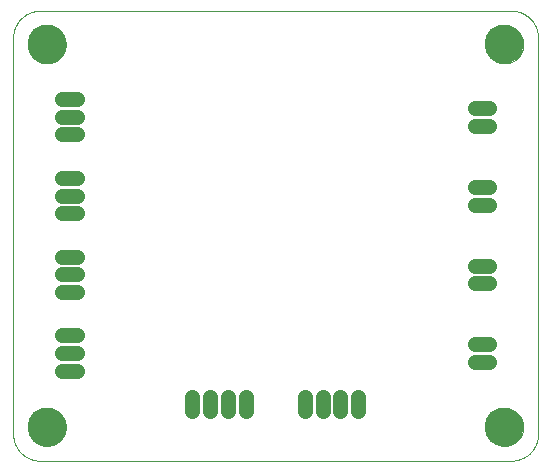
<source format=gbs>
G75*
%MOIN*%
%OFA0B0*%
%FSLAX25Y25*%
%IPPOS*%
%LPD*%
%AMOC8*
5,1,8,0,0,1.08239X$1,22.5*
%
%ADD10C,0.00000*%
%ADD11C,0.12998*%
%ADD12C,0.05156*%
D10*
X0079000Y0097500D02*
X0236000Y0097500D01*
X0236217Y0097503D01*
X0236435Y0097511D01*
X0236652Y0097524D01*
X0236869Y0097542D01*
X0237085Y0097566D01*
X0237300Y0097594D01*
X0237515Y0097628D01*
X0237729Y0097668D01*
X0237942Y0097712D01*
X0238154Y0097762D01*
X0238364Y0097816D01*
X0238574Y0097876D01*
X0238781Y0097940D01*
X0238987Y0098010D01*
X0239191Y0098085D01*
X0239394Y0098164D01*
X0239594Y0098249D01*
X0239793Y0098338D01*
X0239989Y0098432D01*
X0240183Y0098531D01*
X0240374Y0098634D01*
X0240563Y0098742D01*
X0240749Y0098855D01*
X0240932Y0098972D01*
X0241113Y0099093D01*
X0241290Y0099219D01*
X0241464Y0099349D01*
X0241636Y0099483D01*
X0241804Y0099621D01*
X0241968Y0099763D01*
X0242129Y0099910D01*
X0242287Y0100060D01*
X0242440Y0100213D01*
X0242590Y0100371D01*
X0242737Y0100532D01*
X0242879Y0100696D01*
X0243017Y0100864D01*
X0243151Y0101036D01*
X0243281Y0101210D01*
X0243407Y0101387D01*
X0243528Y0101568D01*
X0243645Y0101751D01*
X0243758Y0101937D01*
X0243866Y0102126D01*
X0243969Y0102317D01*
X0244068Y0102511D01*
X0244162Y0102707D01*
X0244251Y0102906D01*
X0244336Y0103106D01*
X0244415Y0103309D01*
X0244490Y0103513D01*
X0244560Y0103719D01*
X0244624Y0103926D01*
X0244684Y0104136D01*
X0244738Y0104346D01*
X0244788Y0104558D01*
X0244832Y0104771D01*
X0244872Y0104985D01*
X0244906Y0105200D01*
X0244934Y0105415D01*
X0244958Y0105631D01*
X0244976Y0105848D01*
X0244989Y0106065D01*
X0244997Y0106283D01*
X0245000Y0106500D01*
X0245000Y0238500D01*
X0244997Y0238717D01*
X0244989Y0238935D01*
X0244976Y0239152D01*
X0244958Y0239369D01*
X0244934Y0239585D01*
X0244906Y0239800D01*
X0244872Y0240015D01*
X0244832Y0240229D01*
X0244788Y0240442D01*
X0244738Y0240654D01*
X0244684Y0240864D01*
X0244624Y0241074D01*
X0244560Y0241281D01*
X0244490Y0241487D01*
X0244415Y0241691D01*
X0244336Y0241894D01*
X0244251Y0242094D01*
X0244162Y0242293D01*
X0244068Y0242489D01*
X0243969Y0242683D01*
X0243866Y0242874D01*
X0243758Y0243063D01*
X0243645Y0243249D01*
X0243528Y0243432D01*
X0243407Y0243613D01*
X0243281Y0243790D01*
X0243151Y0243964D01*
X0243017Y0244136D01*
X0242879Y0244304D01*
X0242737Y0244468D01*
X0242590Y0244629D01*
X0242440Y0244787D01*
X0242287Y0244940D01*
X0242129Y0245090D01*
X0241968Y0245237D01*
X0241804Y0245379D01*
X0241636Y0245517D01*
X0241464Y0245651D01*
X0241290Y0245781D01*
X0241113Y0245907D01*
X0240932Y0246028D01*
X0240749Y0246145D01*
X0240563Y0246258D01*
X0240374Y0246366D01*
X0240183Y0246469D01*
X0239989Y0246568D01*
X0239793Y0246662D01*
X0239594Y0246751D01*
X0239394Y0246836D01*
X0239191Y0246915D01*
X0238987Y0246990D01*
X0238781Y0247060D01*
X0238574Y0247124D01*
X0238364Y0247184D01*
X0238154Y0247238D01*
X0237942Y0247288D01*
X0237729Y0247332D01*
X0237515Y0247372D01*
X0237300Y0247406D01*
X0237085Y0247434D01*
X0236869Y0247458D01*
X0236652Y0247476D01*
X0236435Y0247489D01*
X0236217Y0247497D01*
X0236000Y0247500D01*
X0079000Y0247500D01*
X0078783Y0247497D01*
X0078565Y0247489D01*
X0078348Y0247476D01*
X0078131Y0247458D01*
X0077915Y0247434D01*
X0077700Y0247406D01*
X0077485Y0247372D01*
X0077271Y0247332D01*
X0077058Y0247288D01*
X0076846Y0247238D01*
X0076636Y0247184D01*
X0076426Y0247124D01*
X0076219Y0247060D01*
X0076013Y0246990D01*
X0075809Y0246915D01*
X0075606Y0246836D01*
X0075406Y0246751D01*
X0075207Y0246662D01*
X0075011Y0246568D01*
X0074817Y0246469D01*
X0074626Y0246366D01*
X0074437Y0246258D01*
X0074251Y0246145D01*
X0074068Y0246028D01*
X0073887Y0245907D01*
X0073710Y0245781D01*
X0073536Y0245651D01*
X0073364Y0245517D01*
X0073196Y0245379D01*
X0073032Y0245237D01*
X0072871Y0245090D01*
X0072713Y0244940D01*
X0072560Y0244787D01*
X0072410Y0244629D01*
X0072263Y0244468D01*
X0072121Y0244304D01*
X0071983Y0244136D01*
X0071849Y0243964D01*
X0071719Y0243790D01*
X0071593Y0243613D01*
X0071472Y0243432D01*
X0071355Y0243249D01*
X0071242Y0243063D01*
X0071134Y0242874D01*
X0071031Y0242683D01*
X0070932Y0242489D01*
X0070838Y0242293D01*
X0070749Y0242094D01*
X0070664Y0241894D01*
X0070585Y0241691D01*
X0070510Y0241487D01*
X0070440Y0241281D01*
X0070376Y0241074D01*
X0070316Y0240864D01*
X0070262Y0240654D01*
X0070212Y0240442D01*
X0070168Y0240229D01*
X0070128Y0240015D01*
X0070094Y0239800D01*
X0070066Y0239585D01*
X0070042Y0239369D01*
X0070024Y0239152D01*
X0070011Y0238935D01*
X0070003Y0238717D01*
X0070000Y0238500D01*
X0070000Y0106500D01*
X0070003Y0106283D01*
X0070011Y0106065D01*
X0070024Y0105848D01*
X0070042Y0105631D01*
X0070066Y0105415D01*
X0070094Y0105200D01*
X0070128Y0104985D01*
X0070168Y0104771D01*
X0070212Y0104558D01*
X0070262Y0104346D01*
X0070316Y0104136D01*
X0070376Y0103926D01*
X0070440Y0103719D01*
X0070510Y0103513D01*
X0070585Y0103309D01*
X0070664Y0103106D01*
X0070749Y0102906D01*
X0070838Y0102707D01*
X0070932Y0102511D01*
X0071031Y0102317D01*
X0071134Y0102126D01*
X0071242Y0101937D01*
X0071355Y0101751D01*
X0071472Y0101568D01*
X0071593Y0101387D01*
X0071719Y0101210D01*
X0071849Y0101036D01*
X0071983Y0100864D01*
X0072121Y0100696D01*
X0072263Y0100532D01*
X0072410Y0100371D01*
X0072560Y0100213D01*
X0072713Y0100060D01*
X0072871Y0099910D01*
X0073032Y0099763D01*
X0073196Y0099621D01*
X0073364Y0099483D01*
X0073536Y0099349D01*
X0073710Y0099219D01*
X0073887Y0099093D01*
X0074068Y0098972D01*
X0074251Y0098855D01*
X0074437Y0098742D01*
X0074626Y0098634D01*
X0074817Y0098531D01*
X0075011Y0098432D01*
X0075207Y0098338D01*
X0075406Y0098249D01*
X0075606Y0098164D01*
X0075809Y0098085D01*
X0076013Y0098010D01*
X0076219Y0097940D01*
X0076426Y0097876D01*
X0076636Y0097816D01*
X0076846Y0097762D01*
X0077058Y0097712D01*
X0077271Y0097668D01*
X0077485Y0097628D01*
X0077700Y0097594D01*
X0077915Y0097566D01*
X0078131Y0097542D01*
X0078348Y0097524D01*
X0078565Y0097511D01*
X0078783Y0097503D01*
X0079000Y0097500D01*
X0074951Y0108750D02*
X0074953Y0108908D01*
X0074959Y0109066D01*
X0074969Y0109224D01*
X0074983Y0109382D01*
X0075001Y0109539D01*
X0075022Y0109696D01*
X0075048Y0109852D01*
X0075078Y0110008D01*
X0075111Y0110163D01*
X0075149Y0110316D01*
X0075190Y0110469D01*
X0075235Y0110621D01*
X0075284Y0110772D01*
X0075337Y0110921D01*
X0075393Y0111069D01*
X0075453Y0111215D01*
X0075517Y0111360D01*
X0075585Y0111503D01*
X0075656Y0111645D01*
X0075730Y0111785D01*
X0075808Y0111922D01*
X0075890Y0112058D01*
X0075974Y0112192D01*
X0076063Y0112323D01*
X0076154Y0112452D01*
X0076249Y0112579D01*
X0076346Y0112704D01*
X0076447Y0112826D01*
X0076551Y0112945D01*
X0076658Y0113062D01*
X0076768Y0113176D01*
X0076881Y0113287D01*
X0076996Y0113396D01*
X0077114Y0113501D01*
X0077235Y0113603D01*
X0077358Y0113703D01*
X0077484Y0113799D01*
X0077612Y0113892D01*
X0077742Y0113982D01*
X0077875Y0114068D01*
X0078010Y0114152D01*
X0078146Y0114231D01*
X0078285Y0114308D01*
X0078426Y0114380D01*
X0078568Y0114450D01*
X0078712Y0114515D01*
X0078858Y0114577D01*
X0079005Y0114635D01*
X0079154Y0114690D01*
X0079304Y0114741D01*
X0079455Y0114788D01*
X0079607Y0114831D01*
X0079760Y0114870D01*
X0079915Y0114906D01*
X0080070Y0114937D01*
X0080226Y0114965D01*
X0080382Y0114989D01*
X0080539Y0115009D01*
X0080697Y0115025D01*
X0080854Y0115037D01*
X0081013Y0115045D01*
X0081171Y0115049D01*
X0081329Y0115049D01*
X0081487Y0115045D01*
X0081646Y0115037D01*
X0081803Y0115025D01*
X0081961Y0115009D01*
X0082118Y0114989D01*
X0082274Y0114965D01*
X0082430Y0114937D01*
X0082585Y0114906D01*
X0082740Y0114870D01*
X0082893Y0114831D01*
X0083045Y0114788D01*
X0083196Y0114741D01*
X0083346Y0114690D01*
X0083495Y0114635D01*
X0083642Y0114577D01*
X0083788Y0114515D01*
X0083932Y0114450D01*
X0084074Y0114380D01*
X0084215Y0114308D01*
X0084354Y0114231D01*
X0084490Y0114152D01*
X0084625Y0114068D01*
X0084758Y0113982D01*
X0084888Y0113892D01*
X0085016Y0113799D01*
X0085142Y0113703D01*
X0085265Y0113603D01*
X0085386Y0113501D01*
X0085504Y0113396D01*
X0085619Y0113287D01*
X0085732Y0113176D01*
X0085842Y0113062D01*
X0085949Y0112945D01*
X0086053Y0112826D01*
X0086154Y0112704D01*
X0086251Y0112579D01*
X0086346Y0112452D01*
X0086437Y0112323D01*
X0086526Y0112192D01*
X0086610Y0112058D01*
X0086692Y0111922D01*
X0086770Y0111785D01*
X0086844Y0111645D01*
X0086915Y0111503D01*
X0086983Y0111360D01*
X0087047Y0111215D01*
X0087107Y0111069D01*
X0087163Y0110921D01*
X0087216Y0110772D01*
X0087265Y0110621D01*
X0087310Y0110469D01*
X0087351Y0110316D01*
X0087389Y0110163D01*
X0087422Y0110008D01*
X0087452Y0109852D01*
X0087478Y0109696D01*
X0087499Y0109539D01*
X0087517Y0109382D01*
X0087531Y0109224D01*
X0087541Y0109066D01*
X0087547Y0108908D01*
X0087549Y0108750D01*
X0087547Y0108592D01*
X0087541Y0108434D01*
X0087531Y0108276D01*
X0087517Y0108118D01*
X0087499Y0107961D01*
X0087478Y0107804D01*
X0087452Y0107648D01*
X0087422Y0107492D01*
X0087389Y0107337D01*
X0087351Y0107184D01*
X0087310Y0107031D01*
X0087265Y0106879D01*
X0087216Y0106728D01*
X0087163Y0106579D01*
X0087107Y0106431D01*
X0087047Y0106285D01*
X0086983Y0106140D01*
X0086915Y0105997D01*
X0086844Y0105855D01*
X0086770Y0105715D01*
X0086692Y0105578D01*
X0086610Y0105442D01*
X0086526Y0105308D01*
X0086437Y0105177D01*
X0086346Y0105048D01*
X0086251Y0104921D01*
X0086154Y0104796D01*
X0086053Y0104674D01*
X0085949Y0104555D01*
X0085842Y0104438D01*
X0085732Y0104324D01*
X0085619Y0104213D01*
X0085504Y0104104D01*
X0085386Y0103999D01*
X0085265Y0103897D01*
X0085142Y0103797D01*
X0085016Y0103701D01*
X0084888Y0103608D01*
X0084758Y0103518D01*
X0084625Y0103432D01*
X0084490Y0103348D01*
X0084354Y0103269D01*
X0084215Y0103192D01*
X0084074Y0103120D01*
X0083932Y0103050D01*
X0083788Y0102985D01*
X0083642Y0102923D01*
X0083495Y0102865D01*
X0083346Y0102810D01*
X0083196Y0102759D01*
X0083045Y0102712D01*
X0082893Y0102669D01*
X0082740Y0102630D01*
X0082585Y0102594D01*
X0082430Y0102563D01*
X0082274Y0102535D01*
X0082118Y0102511D01*
X0081961Y0102491D01*
X0081803Y0102475D01*
X0081646Y0102463D01*
X0081487Y0102455D01*
X0081329Y0102451D01*
X0081171Y0102451D01*
X0081013Y0102455D01*
X0080854Y0102463D01*
X0080697Y0102475D01*
X0080539Y0102491D01*
X0080382Y0102511D01*
X0080226Y0102535D01*
X0080070Y0102563D01*
X0079915Y0102594D01*
X0079760Y0102630D01*
X0079607Y0102669D01*
X0079455Y0102712D01*
X0079304Y0102759D01*
X0079154Y0102810D01*
X0079005Y0102865D01*
X0078858Y0102923D01*
X0078712Y0102985D01*
X0078568Y0103050D01*
X0078426Y0103120D01*
X0078285Y0103192D01*
X0078146Y0103269D01*
X0078010Y0103348D01*
X0077875Y0103432D01*
X0077742Y0103518D01*
X0077612Y0103608D01*
X0077484Y0103701D01*
X0077358Y0103797D01*
X0077235Y0103897D01*
X0077114Y0103999D01*
X0076996Y0104104D01*
X0076881Y0104213D01*
X0076768Y0104324D01*
X0076658Y0104438D01*
X0076551Y0104555D01*
X0076447Y0104674D01*
X0076346Y0104796D01*
X0076249Y0104921D01*
X0076154Y0105048D01*
X0076063Y0105177D01*
X0075974Y0105308D01*
X0075890Y0105442D01*
X0075808Y0105578D01*
X0075730Y0105715D01*
X0075656Y0105855D01*
X0075585Y0105997D01*
X0075517Y0106140D01*
X0075453Y0106285D01*
X0075393Y0106431D01*
X0075337Y0106579D01*
X0075284Y0106728D01*
X0075235Y0106879D01*
X0075190Y0107031D01*
X0075149Y0107184D01*
X0075111Y0107337D01*
X0075078Y0107492D01*
X0075048Y0107648D01*
X0075022Y0107804D01*
X0075001Y0107961D01*
X0074983Y0108118D01*
X0074969Y0108276D01*
X0074959Y0108434D01*
X0074953Y0108592D01*
X0074951Y0108750D01*
X0074951Y0236250D02*
X0074953Y0236408D01*
X0074959Y0236566D01*
X0074969Y0236724D01*
X0074983Y0236882D01*
X0075001Y0237039D01*
X0075022Y0237196D01*
X0075048Y0237352D01*
X0075078Y0237508D01*
X0075111Y0237663D01*
X0075149Y0237816D01*
X0075190Y0237969D01*
X0075235Y0238121D01*
X0075284Y0238272D01*
X0075337Y0238421D01*
X0075393Y0238569D01*
X0075453Y0238715D01*
X0075517Y0238860D01*
X0075585Y0239003D01*
X0075656Y0239145D01*
X0075730Y0239285D01*
X0075808Y0239422D01*
X0075890Y0239558D01*
X0075974Y0239692D01*
X0076063Y0239823D01*
X0076154Y0239952D01*
X0076249Y0240079D01*
X0076346Y0240204D01*
X0076447Y0240326D01*
X0076551Y0240445D01*
X0076658Y0240562D01*
X0076768Y0240676D01*
X0076881Y0240787D01*
X0076996Y0240896D01*
X0077114Y0241001D01*
X0077235Y0241103D01*
X0077358Y0241203D01*
X0077484Y0241299D01*
X0077612Y0241392D01*
X0077742Y0241482D01*
X0077875Y0241568D01*
X0078010Y0241652D01*
X0078146Y0241731D01*
X0078285Y0241808D01*
X0078426Y0241880D01*
X0078568Y0241950D01*
X0078712Y0242015D01*
X0078858Y0242077D01*
X0079005Y0242135D01*
X0079154Y0242190D01*
X0079304Y0242241D01*
X0079455Y0242288D01*
X0079607Y0242331D01*
X0079760Y0242370D01*
X0079915Y0242406D01*
X0080070Y0242437D01*
X0080226Y0242465D01*
X0080382Y0242489D01*
X0080539Y0242509D01*
X0080697Y0242525D01*
X0080854Y0242537D01*
X0081013Y0242545D01*
X0081171Y0242549D01*
X0081329Y0242549D01*
X0081487Y0242545D01*
X0081646Y0242537D01*
X0081803Y0242525D01*
X0081961Y0242509D01*
X0082118Y0242489D01*
X0082274Y0242465D01*
X0082430Y0242437D01*
X0082585Y0242406D01*
X0082740Y0242370D01*
X0082893Y0242331D01*
X0083045Y0242288D01*
X0083196Y0242241D01*
X0083346Y0242190D01*
X0083495Y0242135D01*
X0083642Y0242077D01*
X0083788Y0242015D01*
X0083932Y0241950D01*
X0084074Y0241880D01*
X0084215Y0241808D01*
X0084354Y0241731D01*
X0084490Y0241652D01*
X0084625Y0241568D01*
X0084758Y0241482D01*
X0084888Y0241392D01*
X0085016Y0241299D01*
X0085142Y0241203D01*
X0085265Y0241103D01*
X0085386Y0241001D01*
X0085504Y0240896D01*
X0085619Y0240787D01*
X0085732Y0240676D01*
X0085842Y0240562D01*
X0085949Y0240445D01*
X0086053Y0240326D01*
X0086154Y0240204D01*
X0086251Y0240079D01*
X0086346Y0239952D01*
X0086437Y0239823D01*
X0086526Y0239692D01*
X0086610Y0239558D01*
X0086692Y0239422D01*
X0086770Y0239285D01*
X0086844Y0239145D01*
X0086915Y0239003D01*
X0086983Y0238860D01*
X0087047Y0238715D01*
X0087107Y0238569D01*
X0087163Y0238421D01*
X0087216Y0238272D01*
X0087265Y0238121D01*
X0087310Y0237969D01*
X0087351Y0237816D01*
X0087389Y0237663D01*
X0087422Y0237508D01*
X0087452Y0237352D01*
X0087478Y0237196D01*
X0087499Y0237039D01*
X0087517Y0236882D01*
X0087531Y0236724D01*
X0087541Y0236566D01*
X0087547Y0236408D01*
X0087549Y0236250D01*
X0087547Y0236092D01*
X0087541Y0235934D01*
X0087531Y0235776D01*
X0087517Y0235618D01*
X0087499Y0235461D01*
X0087478Y0235304D01*
X0087452Y0235148D01*
X0087422Y0234992D01*
X0087389Y0234837D01*
X0087351Y0234684D01*
X0087310Y0234531D01*
X0087265Y0234379D01*
X0087216Y0234228D01*
X0087163Y0234079D01*
X0087107Y0233931D01*
X0087047Y0233785D01*
X0086983Y0233640D01*
X0086915Y0233497D01*
X0086844Y0233355D01*
X0086770Y0233215D01*
X0086692Y0233078D01*
X0086610Y0232942D01*
X0086526Y0232808D01*
X0086437Y0232677D01*
X0086346Y0232548D01*
X0086251Y0232421D01*
X0086154Y0232296D01*
X0086053Y0232174D01*
X0085949Y0232055D01*
X0085842Y0231938D01*
X0085732Y0231824D01*
X0085619Y0231713D01*
X0085504Y0231604D01*
X0085386Y0231499D01*
X0085265Y0231397D01*
X0085142Y0231297D01*
X0085016Y0231201D01*
X0084888Y0231108D01*
X0084758Y0231018D01*
X0084625Y0230932D01*
X0084490Y0230848D01*
X0084354Y0230769D01*
X0084215Y0230692D01*
X0084074Y0230620D01*
X0083932Y0230550D01*
X0083788Y0230485D01*
X0083642Y0230423D01*
X0083495Y0230365D01*
X0083346Y0230310D01*
X0083196Y0230259D01*
X0083045Y0230212D01*
X0082893Y0230169D01*
X0082740Y0230130D01*
X0082585Y0230094D01*
X0082430Y0230063D01*
X0082274Y0230035D01*
X0082118Y0230011D01*
X0081961Y0229991D01*
X0081803Y0229975D01*
X0081646Y0229963D01*
X0081487Y0229955D01*
X0081329Y0229951D01*
X0081171Y0229951D01*
X0081013Y0229955D01*
X0080854Y0229963D01*
X0080697Y0229975D01*
X0080539Y0229991D01*
X0080382Y0230011D01*
X0080226Y0230035D01*
X0080070Y0230063D01*
X0079915Y0230094D01*
X0079760Y0230130D01*
X0079607Y0230169D01*
X0079455Y0230212D01*
X0079304Y0230259D01*
X0079154Y0230310D01*
X0079005Y0230365D01*
X0078858Y0230423D01*
X0078712Y0230485D01*
X0078568Y0230550D01*
X0078426Y0230620D01*
X0078285Y0230692D01*
X0078146Y0230769D01*
X0078010Y0230848D01*
X0077875Y0230932D01*
X0077742Y0231018D01*
X0077612Y0231108D01*
X0077484Y0231201D01*
X0077358Y0231297D01*
X0077235Y0231397D01*
X0077114Y0231499D01*
X0076996Y0231604D01*
X0076881Y0231713D01*
X0076768Y0231824D01*
X0076658Y0231938D01*
X0076551Y0232055D01*
X0076447Y0232174D01*
X0076346Y0232296D01*
X0076249Y0232421D01*
X0076154Y0232548D01*
X0076063Y0232677D01*
X0075974Y0232808D01*
X0075890Y0232942D01*
X0075808Y0233078D01*
X0075730Y0233215D01*
X0075656Y0233355D01*
X0075585Y0233497D01*
X0075517Y0233640D01*
X0075453Y0233785D01*
X0075393Y0233931D01*
X0075337Y0234079D01*
X0075284Y0234228D01*
X0075235Y0234379D01*
X0075190Y0234531D01*
X0075149Y0234684D01*
X0075111Y0234837D01*
X0075078Y0234992D01*
X0075048Y0235148D01*
X0075022Y0235304D01*
X0075001Y0235461D01*
X0074983Y0235618D01*
X0074969Y0235776D01*
X0074959Y0235934D01*
X0074953Y0236092D01*
X0074951Y0236250D01*
X0227451Y0236250D02*
X0227453Y0236408D01*
X0227459Y0236566D01*
X0227469Y0236724D01*
X0227483Y0236882D01*
X0227501Y0237039D01*
X0227522Y0237196D01*
X0227548Y0237352D01*
X0227578Y0237508D01*
X0227611Y0237663D01*
X0227649Y0237816D01*
X0227690Y0237969D01*
X0227735Y0238121D01*
X0227784Y0238272D01*
X0227837Y0238421D01*
X0227893Y0238569D01*
X0227953Y0238715D01*
X0228017Y0238860D01*
X0228085Y0239003D01*
X0228156Y0239145D01*
X0228230Y0239285D01*
X0228308Y0239422D01*
X0228390Y0239558D01*
X0228474Y0239692D01*
X0228563Y0239823D01*
X0228654Y0239952D01*
X0228749Y0240079D01*
X0228846Y0240204D01*
X0228947Y0240326D01*
X0229051Y0240445D01*
X0229158Y0240562D01*
X0229268Y0240676D01*
X0229381Y0240787D01*
X0229496Y0240896D01*
X0229614Y0241001D01*
X0229735Y0241103D01*
X0229858Y0241203D01*
X0229984Y0241299D01*
X0230112Y0241392D01*
X0230242Y0241482D01*
X0230375Y0241568D01*
X0230510Y0241652D01*
X0230646Y0241731D01*
X0230785Y0241808D01*
X0230926Y0241880D01*
X0231068Y0241950D01*
X0231212Y0242015D01*
X0231358Y0242077D01*
X0231505Y0242135D01*
X0231654Y0242190D01*
X0231804Y0242241D01*
X0231955Y0242288D01*
X0232107Y0242331D01*
X0232260Y0242370D01*
X0232415Y0242406D01*
X0232570Y0242437D01*
X0232726Y0242465D01*
X0232882Y0242489D01*
X0233039Y0242509D01*
X0233197Y0242525D01*
X0233354Y0242537D01*
X0233513Y0242545D01*
X0233671Y0242549D01*
X0233829Y0242549D01*
X0233987Y0242545D01*
X0234146Y0242537D01*
X0234303Y0242525D01*
X0234461Y0242509D01*
X0234618Y0242489D01*
X0234774Y0242465D01*
X0234930Y0242437D01*
X0235085Y0242406D01*
X0235240Y0242370D01*
X0235393Y0242331D01*
X0235545Y0242288D01*
X0235696Y0242241D01*
X0235846Y0242190D01*
X0235995Y0242135D01*
X0236142Y0242077D01*
X0236288Y0242015D01*
X0236432Y0241950D01*
X0236574Y0241880D01*
X0236715Y0241808D01*
X0236854Y0241731D01*
X0236990Y0241652D01*
X0237125Y0241568D01*
X0237258Y0241482D01*
X0237388Y0241392D01*
X0237516Y0241299D01*
X0237642Y0241203D01*
X0237765Y0241103D01*
X0237886Y0241001D01*
X0238004Y0240896D01*
X0238119Y0240787D01*
X0238232Y0240676D01*
X0238342Y0240562D01*
X0238449Y0240445D01*
X0238553Y0240326D01*
X0238654Y0240204D01*
X0238751Y0240079D01*
X0238846Y0239952D01*
X0238937Y0239823D01*
X0239026Y0239692D01*
X0239110Y0239558D01*
X0239192Y0239422D01*
X0239270Y0239285D01*
X0239344Y0239145D01*
X0239415Y0239003D01*
X0239483Y0238860D01*
X0239547Y0238715D01*
X0239607Y0238569D01*
X0239663Y0238421D01*
X0239716Y0238272D01*
X0239765Y0238121D01*
X0239810Y0237969D01*
X0239851Y0237816D01*
X0239889Y0237663D01*
X0239922Y0237508D01*
X0239952Y0237352D01*
X0239978Y0237196D01*
X0239999Y0237039D01*
X0240017Y0236882D01*
X0240031Y0236724D01*
X0240041Y0236566D01*
X0240047Y0236408D01*
X0240049Y0236250D01*
X0240047Y0236092D01*
X0240041Y0235934D01*
X0240031Y0235776D01*
X0240017Y0235618D01*
X0239999Y0235461D01*
X0239978Y0235304D01*
X0239952Y0235148D01*
X0239922Y0234992D01*
X0239889Y0234837D01*
X0239851Y0234684D01*
X0239810Y0234531D01*
X0239765Y0234379D01*
X0239716Y0234228D01*
X0239663Y0234079D01*
X0239607Y0233931D01*
X0239547Y0233785D01*
X0239483Y0233640D01*
X0239415Y0233497D01*
X0239344Y0233355D01*
X0239270Y0233215D01*
X0239192Y0233078D01*
X0239110Y0232942D01*
X0239026Y0232808D01*
X0238937Y0232677D01*
X0238846Y0232548D01*
X0238751Y0232421D01*
X0238654Y0232296D01*
X0238553Y0232174D01*
X0238449Y0232055D01*
X0238342Y0231938D01*
X0238232Y0231824D01*
X0238119Y0231713D01*
X0238004Y0231604D01*
X0237886Y0231499D01*
X0237765Y0231397D01*
X0237642Y0231297D01*
X0237516Y0231201D01*
X0237388Y0231108D01*
X0237258Y0231018D01*
X0237125Y0230932D01*
X0236990Y0230848D01*
X0236854Y0230769D01*
X0236715Y0230692D01*
X0236574Y0230620D01*
X0236432Y0230550D01*
X0236288Y0230485D01*
X0236142Y0230423D01*
X0235995Y0230365D01*
X0235846Y0230310D01*
X0235696Y0230259D01*
X0235545Y0230212D01*
X0235393Y0230169D01*
X0235240Y0230130D01*
X0235085Y0230094D01*
X0234930Y0230063D01*
X0234774Y0230035D01*
X0234618Y0230011D01*
X0234461Y0229991D01*
X0234303Y0229975D01*
X0234146Y0229963D01*
X0233987Y0229955D01*
X0233829Y0229951D01*
X0233671Y0229951D01*
X0233513Y0229955D01*
X0233354Y0229963D01*
X0233197Y0229975D01*
X0233039Y0229991D01*
X0232882Y0230011D01*
X0232726Y0230035D01*
X0232570Y0230063D01*
X0232415Y0230094D01*
X0232260Y0230130D01*
X0232107Y0230169D01*
X0231955Y0230212D01*
X0231804Y0230259D01*
X0231654Y0230310D01*
X0231505Y0230365D01*
X0231358Y0230423D01*
X0231212Y0230485D01*
X0231068Y0230550D01*
X0230926Y0230620D01*
X0230785Y0230692D01*
X0230646Y0230769D01*
X0230510Y0230848D01*
X0230375Y0230932D01*
X0230242Y0231018D01*
X0230112Y0231108D01*
X0229984Y0231201D01*
X0229858Y0231297D01*
X0229735Y0231397D01*
X0229614Y0231499D01*
X0229496Y0231604D01*
X0229381Y0231713D01*
X0229268Y0231824D01*
X0229158Y0231938D01*
X0229051Y0232055D01*
X0228947Y0232174D01*
X0228846Y0232296D01*
X0228749Y0232421D01*
X0228654Y0232548D01*
X0228563Y0232677D01*
X0228474Y0232808D01*
X0228390Y0232942D01*
X0228308Y0233078D01*
X0228230Y0233215D01*
X0228156Y0233355D01*
X0228085Y0233497D01*
X0228017Y0233640D01*
X0227953Y0233785D01*
X0227893Y0233931D01*
X0227837Y0234079D01*
X0227784Y0234228D01*
X0227735Y0234379D01*
X0227690Y0234531D01*
X0227649Y0234684D01*
X0227611Y0234837D01*
X0227578Y0234992D01*
X0227548Y0235148D01*
X0227522Y0235304D01*
X0227501Y0235461D01*
X0227483Y0235618D01*
X0227469Y0235776D01*
X0227459Y0235934D01*
X0227453Y0236092D01*
X0227451Y0236250D01*
X0227451Y0108750D02*
X0227453Y0108908D01*
X0227459Y0109066D01*
X0227469Y0109224D01*
X0227483Y0109382D01*
X0227501Y0109539D01*
X0227522Y0109696D01*
X0227548Y0109852D01*
X0227578Y0110008D01*
X0227611Y0110163D01*
X0227649Y0110316D01*
X0227690Y0110469D01*
X0227735Y0110621D01*
X0227784Y0110772D01*
X0227837Y0110921D01*
X0227893Y0111069D01*
X0227953Y0111215D01*
X0228017Y0111360D01*
X0228085Y0111503D01*
X0228156Y0111645D01*
X0228230Y0111785D01*
X0228308Y0111922D01*
X0228390Y0112058D01*
X0228474Y0112192D01*
X0228563Y0112323D01*
X0228654Y0112452D01*
X0228749Y0112579D01*
X0228846Y0112704D01*
X0228947Y0112826D01*
X0229051Y0112945D01*
X0229158Y0113062D01*
X0229268Y0113176D01*
X0229381Y0113287D01*
X0229496Y0113396D01*
X0229614Y0113501D01*
X0229735Y0113603D01*
X0229858Y0113703D01*
X0229984Y0113799D01*
X0230112Y0113892D01*
X0230242Y0113982D01*
X0230375Y0114068D01*
X0230510Y0114152D01*
X0230646Y0114231D01*
X0230785Y0114308D01*
X0230926Y0114380D01*
X0231068Y0114450D01*
X0231212Y0114515D01*
X0231358Y0114577D01*
X0231505Y0114635D01*
X0231654Y0114690D01*
X0231804Y0114741D01*
X0231955Y0114788D01*
X0232107Y0114831D01*
X0232260Y0114870D01*
X0232415Y0114906D01*
X0232570Y0114937D01*
X0232726Y0114965D01*
X0232882Y0114989D01*
X0233039Y0115009D01*
X0233197Y0115025D01*
X0233354Y0115037D01*
X0233513Y0115045D01*
X0233671Y0115049D01*
X0233829Y0115049D01*
X0233987Y0115045D01*
X0234146Y0115037D01*
X0234303Y0115025D01*
X0234461Y0115009D01*
X0234618Y0114989D01*
X0234774Y0114965D01*
X0234930Y0114937D01*
X0235085Y0114906D01*
X0235240Y0114870D01*
X0235393Y0114831D01*
X0235545Y0114788D01*
X0235696Y0114741D01*
X0235846Y0114690D01*
X0235995Y0114635D01*
X0236142Y0114577D01*
X0236288Y0114515D01*
X0236432Y0114450D01*
X0236574Y0114380D01*
X0236715Y0114308D01*
X0236854Y0114231D01*
X0236990Y0114152D01*
X0237125Y0114068D01*
X0237258Y0113982D01*
X0237388Y0113892D01*
X0237516Y0113799D01*
X0237642Y0113703D01*
X0237765Y0113603D01*
X0237886Y0113501D01*
X0238004Y0113396D01*
X0238119Y0113287D01*
X0238232Y0113176D01*
X0238342Y0113062D01*
X0238449Y0112945D01*
X0238553Y0112826D01*
X0238654Y0112704D01*
X0238751Y0112579D01*
X0238846Y0112452D01*
X0238937Y0112323D01*
X0239026Y0112192D01*
X0239110Y0112058D01*
X0239192Y0111922D01*
X0239270Y0111785D01*
X0239344Y0111645D01*
X0239415Y0111503D01*
X0239483Y0111360D01*
X0239547Y0111215D01*
X0239607Y0111069D01*
X0239663Y0110921D01*
X0239716Y0110772D01*
X0239765Y0110621D01*
X0239810Y0110469D01*
X0239851Y0110316D01*
X0239889Y0110163D01*
X0239922Y0110008D01*
X0239952Y0109852D01*
X0239978Y0109696D01*
X0239999Y0109539D01*
X0240017Y0109382D01*
X0240031Y0109224D01*
X0240041Y0109066D01*
X0240047Y0108908D01*
X0240049Y0108750D01*
X0240047Y0108592D01*
X0240041Y0108434D01*
X0240031Y0108276D01*
X0240017Y0108118D01*
X0239999Y0107961D01*
X0239978Y0107804D01*
X0239952Y0107648D01*
X0239922Y0107492D01*
X0239889Y0107337D01*
X0239851Y0107184D01*
X0239810Y0107031D01*
X0239765Y0106879D01*
X0239716Y0106728D01*
X0239663Y0106579D01*
X0239607Y0106431D01*
X0239547Y0106285D01*
X0239483Y0106140D01*
X0239415Y0105997D01*
X0239344Y0105855D01*
X0239270Y0105715D01*
X0239192Y0105578D01*
X0239110Y0105442D01*
X0239026Y0105308D01*
X0238937Y0105177D01*
X0238846Y0105048D01*
X0238751Y0104921D01*
X0238654Y0104796D01*
X0238553Y0104674D01*
X0238449Y0104555D01*
X0238342Y0104438D01*
X0238232Y0104324D01*
X0238119Y0104213D01*
X0238004Y0104104D01*
X0237886Y0103999D01*
X0237765Y0103897D01*
X0237642Y0103797D01*
X0237516Y0103701D01*
X0237388Y0103608D01*
X0237258Y0103518D01*
X0237125Y0103432D01*
X0236990Y0103348D01*
X0236854Y0103269D01*
X0236715Y0103192D01*
X0236574Y0103120D01*
X0236432Y0103050D01*
X0236288Y0102985D01*
X0236142Y0102923D01*
X0235995Y0102865D01*
X0235846Y0102810D01*
X0235696Y0102759D01*
X0235545Y0102712D01*
X0235393Y0102669D01*
X0235240Y0102630D01*
X0235085Y0102594D01*
X0234930Y0102563D01*
X0234774Y0102535D01*
X0234618Y0102511D01*
X0234461Y0102491D01*
X0234303Y0102475D01*
X0234146Y0102463D01*
X0233987Y0102455D01*
X0233829Y0102451D01*
X0233671Y0102451D01*
X0233513Y0102455D01*
X0233354Y0102463D01*
X0233197Y0102475D01*
X0233039Y0102491D01*
X0232882Y0102511D01*
X0232726Y0102535D01*
X0232570Y0102563D01*
X0232415Y0102594D01*
X0232260Y0102630D01*
X0232107Y0102669D01*
X0231955Y0102712D01*
X0231804Y0102759D01*
X0231654Y0102810D01*
X0231505Y0102865D01*
X0231358Y0102923D01*
X0231212Y0102985D01*
X0231068Y0103050D01*
X0230926Y0103120D01*
X0230785Y0103192D01*
X0230646Y0103269D01*
X0230510Y0103348D01*
X0230375Y0103432D01*
X0230242Y0103518D01*
X0230112Y0103608D01*
X0229984Y0103701D01*
X0229858Y0103797D01*
X0229735Y0103897D01*
X0229614Y0103999D01*
X0229496Y0104104D01*
X0229381Y0104213D01*
X0229268Y0104324D01*
X0229158Y0104438D01*
X0229051Y0104555D01*
X0228947Y0104674D01*
X0228846Y0104796D01*
X0228749Y0104921D01*
X0228654Y0105048D01*
X0228563Y0105177D01*
X0228474Y0105308D01*
X0228390Y0105442D01*
X0228308Y0105578D01*
X0228230Y0105715D01*
X0228156Y0105855D01*
X0228085Y0105997D01*
X0228017Y0106140D01*
X0227953Y0106285D01*
X0227893Y0106431D01*
X0227837Y0106579D01*
X0227784Y0106728D01*
X0227735Y0106879D01*
X0227690Y0107031D01*
X0227649Y0107184D01*
X0227611Y0107337D01*
X0227578Y0107492D01*
X0227548Y0107648D01*
X0227522Y0107804D01*
X0227501Y0107961D01*
X0227483Y0108118D01*
X0227469Y0108276D01*
X0227459Y0108434D01*
X0227453Y0108592D01*
X0227451Y0108750D01*
D11*
X0233750Y0108750D03*
X0233750Y0236250D03*
X0081250Y0236250D03*
X0081250Y0108750D03*
D12*
X0086451Y0127500D02*
X0091207Y0127500D01*
X0091207Y0133406D02*
X0086451Y0133406D01*
X0086451Y0139311D02*
X0091207Y0139311D01*
X0091207Y0153750D02*
X0086451Y0153750D01*
X0086451Y0159656D02*
X0091207Y0159656D01*
X0091207Y0165561D02*
X0086451Y0165561D01*
X0086451Y0180000D02*
X0091207Y0180000D01*
X0091207Y0185906D02*
X0086451Y0185906D01*
X0086451Y0191811D02*
X0091207Y0191811D01*
X0091207Y0206250D02*
X0086451Y0206250D01*
X0086451Y0212156D02*
X0091207Y0212156D01*
X0091207Y0218061D02*
X0086451Y0218061D01*
X0129783Y0118707D02*
X0129783Y0113951D01*
X0135689Y0113951D02*
X0135689Y0118707D01*
X0141594Y0118707D02*
X0141594Y0113951D01*
X0147500Y0113951D02*
X0147500Y0118707D01*
X0167283Y0118707D02*
X0167283Y0113951D01*
X0173189Y0113951D02*
X0173189Y0118707D01*
X0179094Y0118707D02*
X0179094Y0113951D01*
X0185000Y0113951D02*
X0185000Y0118707D01*
X0223793Y0130344D02*
X0228549Y0130344D01*
X0228549Y0136250D02*
X0223793Y0136250D01*
X0223793Y0156594D02*
X0228549Y0156594D01*
X0228549Y0162500D02*
X0223793Y0162500D01*
X0223793Y0182844D02*
X0228549Y0182844D01*
X0228549Y0188750D02*
X0223793Y0188750D01*
X0223793Y0209094D02*
X0228549Y0209094D01*
X0228549Y0215000D02*
X0223793Y0215000D01*
M02*

</source>
